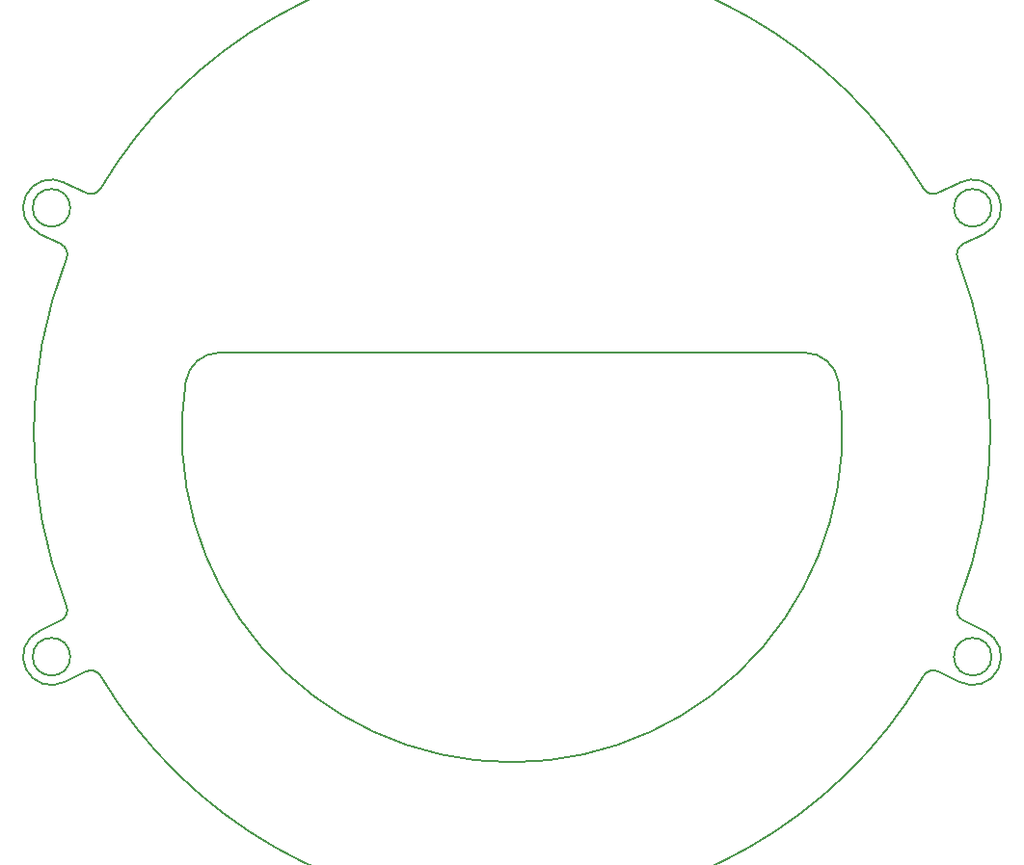
<source format=gbr>
%TF.GenerationSoftware,KiCad,Pcbnew,7.0.9*%
%TF.CreationDate,2025-01-15T21:52:21+09:00*%
%TF.ProjectId,line_main_robot2,6c696e65-5f6d-4616-996e-5f726f626f74,rev?*%
%TF.SameCoordinates,Original*%
%TF.FileFunction,Profile,NP*%
%FSLAX46Y46*%
G04 Gerber Fmt 4.6, Leading zero omitted, Abs format (unit mm)*
G04 Created by KiCad (PCBNEW 7.0.9) date 2025-01-15 21:52:21*
%MOMM*%
%LPD*%
G01*
G04 APERTURE LIST*
%TA.AperFunction,Profile*%
%ADD10C,0.200000*%
%TD*%
G04 APERTURE END LIST*
D10*
X99265536Y-78236420D02*
G75*
G03*
X100564041Y-77847695I438364J898820D01*
G01*
X162380465Y-92270000D02*
X110999535Y-92270000D01*
X99265529Y-78236434D02*
X97402189Y-77327623D01*
X176305491Y-82728690D02*
G75*
G03*
X175812368Y-83991244I438409J-898810D01*
G01*
X175812347Y-114548748D02*
G75*
G03*
X176305481Y-115811330I931553J-363752D01*
G01*
X97567653Y-83991252D02*
G75*
G03*
X97074519Y-82728670I-931553J363752D01*
G01*
X97402200Y-77327601D02*
G75*
G03*
X95211179Y-81819858I-1157900J-2215699D01*
G01*
X165344784Y-94808457D02*
G75*
G03*
X162380465Y-92270000I-2964284J-461543D01*
G01*
X95211190Y-116720165D02*
G75*
G03*
X97402189Y-121212377I1033110J-2276535D01*
G01*
X178168821Y-116720141D02*
X176305481Y-115811330D01*
X175977800Y-121212399D02*
G75*
G03*
X178168821Y-116720142I1157900J2215699D01*
G01*
X178168810Y-81819835D02*
G75*
G03*
X175977811Y-77327623I-1033110J2276535D01*
G01*
X97074509Y-115811310D02*
G75*
G03*
X97567632Y-114548756I-438409J898810D01*
G01*
X97894268Y-118996702D02*
G75*
G03*
X97894268Y-118996702I-1650000J0D01*
G01*
X176305481Y-82728670D02*
X178168821Y-81819859D01*
X97567634Y-83991244D02*
G75*
G03*
X97567634Y-114548756I39122366J-15278756D01*
G01*
X174114471Y-120303566D02*
X175977811Y-121212377D01*
X174114464Y-120303580D02*
G75*
G03*
X172815959Y-120692305I-438364J-898820D01*
G01*
X95211179Y-81819859D02*
X97074519Y-82728670D01*
X97894268Y-79543298D02*
G75*
G03*
X97894268Y-79543298I-1650000J0D01*
G01*
X178785732Y-118996702D02*
G75*
G03*
X178785732Y-118996702I-1650000J0D01*
G01*
X108035250Y-94808462D02*
G75*
G03*
X165344750Y-94808462I28654750J-4461538D01*
G01*
X100564054Y-120692298D02*
G75*
G03*
X99265529Y-120303567I-860154J-510102D01*
G01*
X172815957Y-77847695D02*
G75*
G03*
X100564043Y-77847695I-36125957J-21422305D01*
G01*
X97074519Y-115811330D02*
X95211179Y-116720141D01*
X110999535Y-92270035D02*
G75*
G03*
X108035251Y-94808462I-35J-2999965D01*
G01*
X100564043Y-120692305D02*
G75*
G03*
X172815957Y-120692305I36125957J21422305D01*
G01*
X175812366Y-114548756D02*
G75*
G03*
X175812366Y-83991244I-39122366J15278756D01*
G01*
X172815946Y-77847702D02*
G75*
G03*
X174114471Y-78236433I860154J510102D01*
G01*
X175977811Y-77327623D02*
X174114471Y-78236434D01*
X97402189Y-121212377D02*
X99265529Y-120303566D01*
X178785732Y-79543298D02*
G75*
G03*
X178785732Y-79543298I-1650000J0D01*
G01*
M02*

</source>
